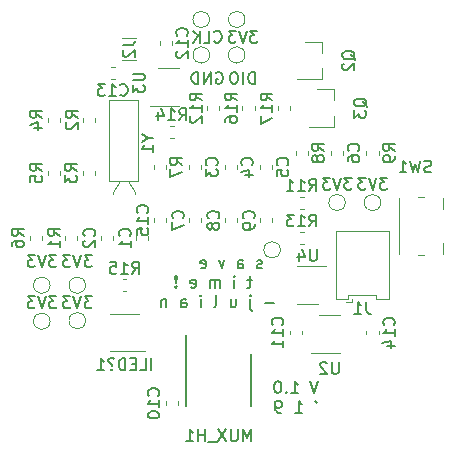
<source format=gbr>
G04 #@! TF.GenerationSoftware,KiCad,Pcbnew,5.1.4*
G04 #@! TF.CreationDate,2019-11-28T00:41:57+01:00*
G04 #@! TF.ProjectId,SICKWATCH1,5349434b-5741-4544-9348-312e6b696361,rev?*
G04 #@! TF.SameCoordinates,Original*
G04 #@! TF.FileFunction,Legend,Bot*
G04 #@! TF.FilePolarity,Positive*
%FSLAX46Y46*%
G04 Gerber Fmt 4.6, Leading zero omitted, Abs format (unit mm)*
G04 Created by KiCad (PCBNEW 5.1.4) date 2019-11-28 00:41:57*
%MOMM*%
%LPD*%
G04 APERTURE LIST*
%ADD10C,0.150000*%
%ADD11C,0.120000*%
G04 APERTURE END LIST*
D10*
X108404761Y-113127380D02*
X108071428Y-114127380D01*
X107738095Y-113127380D01*
X106119047Y-114127380D02*
X106690476Y-114127380D01*
X106404761Y-114127380D02*
X106404761Y-113127380D01*
X106500000Y-113270238D01*
X106595238Y-113365476D01*
X106690476Y-113413095D01*
X105690476Y-114032142D02*
X105642857Y-114079761D01*
X105690476Y-114127380D01*
X105738095Y-114079761D01*
X105690476Y-114032142D01*
X105690476Y-114127380D01*
X105023809Y-113127380D02*
X104928571Y-113127380D01*
X104833333Y-113175000D01*
X104785714Y-113222619D01*
X104738095Y-113317857D01*
X104690476Y-113508333D01*
X104690476Y-113746428D01*
X104738095Y-113936904D01*
X104785714Y-114032142D01*
X104833333Y-114079761D01*
X104928571Y-114127380D01*
X105023809Y-114127380D01*
X105119047Y-114079761D01*
X105166666Y-114032142D01*
X105214285Y-113936904D01*
X105261904Y-113746428D01*
X105261904Y-113508333D01*
X105214285Y-113317857D01*
X105166666Y-113222619D01*
X105119047Y-113175000D01*
X105023809Y-113127380D01*
X108166666Y-114777380D02*
X108261904Y-114967857D01*
X106452380Y-115777380D02*
X107023809Y-115777380D01*
X106738095Y-115777380D02*
X106738095Y-114777380D01*
X106833333Y-114920238D01*
X106928571Y-115015476D01*
X107023809Y-115063095D01*
X105214285Y-115777380D02*
X105023809Y-115777380D01*
X104928571Y-115729761D01*
X104880952Y-115682142D01*
X104785714Y-115539285D01*
X104738095Y-115348809D01*
X104738095Y-114967857D01*
X104785714Y-114872619D01*
X104833333Y-114825000D01*
X104928571Y-114777380D01*
X105119047Y-114777380D01*
X105214285Y-114825000D01*
X105261904Y-114872619D01*
X105309523Y-114967857D01*
X105309523Y-115205952D01*
X105261904Y-115301190D01*
X105214285Y-115348809D01*
X105119047Y-115396428D01*
X104928571Y-115396428D01*
X104833333Y-115348809D01*
X104785714Y-115301190D01*
X104738095Y-115205952D01*
X103642857Y-103504761D02*
X103547619Y-103552380D01*
X103357142Y-103552380D01*
X103261904Y-103504761D01*
X103214285Y-103409523D01*
X103214285Y-103361904D01*
X103261904Y-103266666D01*
X103357142Y-103219047D01*
X103500000Y-103219047D01*
X103595238Y-103171428D01*
X103642857Y-103076190D01*
X103642857Y-103028571D01*
X103595238Y-102933333D01*
X103500000Y-102885714D01*
X103357142Y-102885714D01*
X103261904Y-102933333D01*
X101595238Y-103552380D02*
X101595238Y-103028571D01*
X101642857Y-102933333D01*
X101738095Y-102885714D01*
X101928571Y-102885714D01*
X102023809Y-102933333D01*
X101595238Y-103504761D02*
X101690476Y-103552380D01*
X101928571Y-103552380D01*
X102023809Y-103504761D01*
X102071428Y-103409523D01*
X102071428Y-103314285D01*
X102023809Y-103219047D01*
X101928571Y-103171428D01*
X101690476Y-103171428D01*
X101595238Y-103123809D01*
X100452380Y-102885714D02*
X100214285Y-103552380D01*
X99976190Y-102885714D01*
X98452380Y-103504761D02*
X98547619Y-103552380D01*
X98738095Y-103552380D01*
X98833333Y-103504761D01*
X98880952Y-103409523D01*
X98880952Y-103028571D01*
X98833333Y-102933333D01*
X98738095Y-102885714D01*
X98547619Y-102885714D01*
X98452380Y-102933333D01*
X98404761Y-103028571D01*
X98404761Y-103123809D01*
X98880952Y-103219047D01*
X102785714Y-104535714D02*
X102404761Y-104535714D01*
X102642857Y-104202380D02*
X102642857Y-105059523D01*
X102595238Y-105154761D01*
X102500000Y-105202380D01*
X102404761Y-105202380D01*
X101309523Y-105202380D02*
X101309523Y-104535714D01*
X101309523Y-104202380D02*
X101357142Y-104250000D01*
X101309523Y-104297619D01*
X101261904Y-104250000D01*
X101309523Y-104202380D01*
X101309523Y-104297619D01*
X100071428Y-105202380D02*
X100071428Y-104535714D01*
X100071428Y-104630952D02*
X100023809Y-104583333D01*
X99928571Y-104535714D01*
X99785714Y-104535714D01*
X99690476Y-104583333D01*
X99642857Y-104678571D01*
X99642857Y-105202380D01*
X99642857Y-104678571D02*
X99595238Y-104583333D01*
X99500000Y-104535714D01*
X99357142Y-104535714D01*
X99261904Y-104583333D01*
X99214285Y-104678571D01*
X99214285Y-105202380D01*
X97595238Y-105154761D02*
X97690476Y-105202380D01*
X97880952Y-105202380D01*
X97976190Y-105154761D01*
X98023809Y-105059523D01*
X98023809Y-104678571D01*
X97976190Y-104583333D01*
X97880952Y-104535714D01*
X97690476Y-104535714D01*
X97595238Y-104583333D01*
X97547619Y-104678571D01*
X97547619Y-104773809D01*
X98023809Y-104869047D01*
X96357142Y-105107142D02*
X96309523Y-105154761D01*
X96357142Y-105202380D01*
X96404761Y-105154761D01*
X96357142Y-105107142D01*
X96357142Y-105202380D01*
X96357142Y-104821428D02*
X96404761Y-104250000D01*
X96357142Y-104202380D01*
X96309523Y-104250000D01*
X96357142Y-104821428D01*
X96357142Y-104202380D01*
X104642857Y-106471428D02*
X103880952Y-106471428D01*
X102642857Y-106185714D02*
X102642857Y-107042857D01*
X102690476Y-107138095D01*
X102785714Y-107185714D01*
X102833333Y-107185714D01*
X102642857Y-105852380D02*
X102690476Y-105900000D01*
X102642857Y-105947619D01*
X102595238Y-105900000D01*
X102642857Y-105852380D01*
X102642857Y-105947619D01*
X100976190Y-106185714D02*
X100976190Y-106852380D01*
X101404761Y-106185714D02*
X101404761Y-106709523D01*
X101357142Y-106804761D01*
X101261904Y-106852380D01*
X101119047Y-106852380D01*
X101023809Y-106804761D01*
X100976190Y-106757142D01*
X99595238Y-106852380D02*
X99690476Y-106804761D01*
X99738095Y-106709523D01*
X99738095Y-105852380D01*
X98452380Y-106852380D02*
X98452380Y-106185714D01*
X98452380Y-105852380D02*
X98500000Y-105900000D01*
X98452380Y-105947619D01*
X98404761Y-105900000D01*
X98452380Y-105852380D01*
X98452380Y-105947619D01*
X96785714Y-106852380D02*
X96785714Y-106328571D01*
X96833333Y-106233333D01*
X96928571Y-106185714D01*
X97119047Y-106185714D01*
X97214285Y-106233333D01*
X96785714Y-106804761D02*
X96880952Y-106852380D01*
X97119047Y-106852380D01*
X97214285Y-106804761D01*
X97261904Y-106709523D01*
X97261904Y-106614285D01*
X97214285Y-106519047D01*
X97119047Y-106471428D01*
X96880952Y-106471428D01*
X96785714Y-106423809D01*
X95547619Y-106185714D02*
X95547619Y-106852380D01*
X95547619Y-106280952D02*
X95500000Y-106233333D01*
X95404761Y-106185714D01*
X95261904Y-106185714D01*
X95166666Y-106233333D01*
X95119047Y-106328571D01*
X95119047Y-106852380D01*
D11*
X105200000Y-102000000D02*
G75*
G03X105200000Y-102000000I-700000J0D01*
G01*
X95510000Y-99337221D02*
X95510000Y-99662779D01*
X94490000Y-99337221D02*
X94490000Y-99662779D01*
X114360000Y-100440000D02*
X112125000Y-100440000D01*
X114360000Y-106160000D02*
X114360000Y-100440000D01*
X113290000Y-106160000D02*
X114360000Y-106160000D01*
X113290000Y-105860000D02*
X113290000Y-106160000D01*
X112125000Y-105860000D02*
X113290000Y-105860000D01*
X109890000Y-100440000D02*
X112125000Y-100440000D01*
X109890000Y-106160000D02*
X109890000Y-100440000D01*
X110960000Y-106160000D02*
X109890000Y-106160000D01*
X110960000Y-105860000D02*
X110960000Y-106160000D01*
X112125000Y-105860000D02*
X110960000Y-105860000D01*
X111250000Y-106450000D02*
X110750000Y-106450000D01*
X111250000Y-106150000D02*
X111250000Y-106450000D01*
X113700000Y-98000000D02*
G75*
G03X113700000Y-98000000I-700000J0D01*
G01*
X110700000Y-98000000D02*
G75*
G03X110700000Y-98000000I-700000J0D01*
G01*
X85700000Y-108050000D02*
G75*
G03X85700000Y-108050000I-700000J0D01*
G01*
X88700000Y-108000000D02*
G75*
G03X88700000Y-108000000I-700000J0D01*
G01*
X85700000Y-105000000D02*
G75*
G03X85700000Y-105000000I-700000J0D01*
G01*
X88700000Y-105000000D02*
G75*
G03X88700000Y-105000000I-700000J0D01*
G01*
X93002064Y-85910000D02*
X91797936Y-85910000D01*
X93002064Y-84090000D02*
X91797936Y-84090000D01*
X106600000Y-103390000D02*
X109050000Y-103390000D01*
X108400000Y-106610000D02*
X106600000Y-106610000D01*
X107162779Y-101510000D02*
X106837221Y-101510000D01*
X107162779Y-100490000D02*
X106837221Y-100490000D01*
X93200000Y-107450000D02*
X90800000Y-107450000D01*
X90800000Y-110550000D02*
X93750000Y-110550000D01*
X92162779Y-105510000D02*
X91837221Y-105510000D01*
X92162779Y-104490000D02*
X91837221Y-104490000D01*
X106010000Y-89837221D02*
X106010000Y-90162779D01*
X104990000Y-89837221D02*
X104990000Y-90162779D01*
X103010000Y-89837221D02*
X103010000Y-90162779D01*
X101990000Y-89837221D02*
X101990000Y-90162779D01*
X96162779Y-92510000D02*
X95837221Y-92510000D01*
X96162779Y-91490000D02*
X95837221Y-91490000D01*
X100010000Y-89837221D02*
X100010000Y-90162779D01*
X98990000Y-89837221D02*
X98990000Y-90162779D01*
X107162779Y-98510000D02*
X106837221Y-98510000D01*
X107162779Y-97490000D02*
X106837221Y-97490000D01*
X112490000Y-93950279D02*
X112490000Y-93624721D01*
X113510000Y-93950279D02*
X113510000Y-93624721D01*
X106490000Y-93950279D02*
X106490000Y-93624721D01*
X107510000Y-93950279D02*
X107510000Y-93624721D01*
X94490000Y-95162779D02*
X94490000Y-94837221D01*
X95510000Y-95162779D02*
X95510000Y-94837221D01*
X83990000Y-101162779D02*
X83990000Y-100837221D01*
X85010000Y-101162779D02*
X85010000Y-100837221D01*
X86510000Y-95337221D02*
X86510000Y-95662779D01*
X85490000Y-95337221D02*
X85490000Y-95662779D01*
X86510000Y-90837221D02*
X86510000Y-91162779D01*
X85490000Y-90837221D02*
X85490000Y-91162779D01*
X88490000Y-95662779D02*
X88490000Y-95337221D01*
X89510000Y-95662779D02*
X89510000Y-95337221D01*
X89510000Y-90837221D02*
X89510000Y-91162779D01*
X88490000Y-90837221D02*
X88490000Y-91162779D01*
X88010000Y-100837221D02*
X88010000Y-101162779D01*
X86990000Y-100837221D02*
X86990000Y-101162779D01*
X112490000Y-109162779D02*
X112490000Y-108837221D01*
X113510000Y-109162779D02*
X113510000Y-108837221D01*
X91162779Y-87510000D02*
X90837221Y-87510000D01*
X91162779Y-86490000D02*
X90837221Y-86490000D01*
X94990000Y-84662779D02*
X94990000Y-84337221D01*
X96010000Y-84662779D02*
X96010000Y-84337221D01*
X105990000Y-109162779D02*
X105990000Y-108837221D01*
X107010000Y-109162779D02*
X107010000Y-108837221D01*
X95490000Y-115162779D02*
X95490000Y-114837221D01*
X96510000Y-115162779D02*
X96510000Y-114837221D01*
X104510000Y-99337221D02*
X104510000Y-99662779D01*
X103490000Y-99337221D02*
X103490000Y-99662779D01*
X101510000Y-99337221D02*
X101510000Y-99662779D01*
X100490000Y-99337221D02*
X100490000Y-99662779D01*
X98510000Y-99337221D02*
X98510000Y-99662779D01*
X97490000Y-99337221D02*
X97490000Y-99662779D01*
X109490000Y-93950279D02*
X109490000Y-93624721D01*
X110510000Y-93950279D02*
X110510000Y-93624721D01*
X103490000Y-95162779D02*
X103490000Y-94837221D01*
X104510000Y-95162779D02*
X104510000Y-94837221D01*
X100490000Y-95162779D02*
X100490000Y-94837221D01*
X101510000Y-95162779D02*
X101510000Y-94837221D01*
X97490000Y-95162779D02*
X97490000Y-94837221D01*
X98510000Y-95162779D02*
X98510000Y-94837221D01*
X91010000Y-100837221D02*
X91010000Y-101162779D01*
X89990000Y-100837221D02*
X89990000Y-101162779D01*
X94010000Y-100837221D02*
X94010000Y-101162779D01*
X92990000Y-100837221D02*
X92990000Y-101162779D01*
X110270000Y-110760000D02*
X107820000Y-110760000D01*
X108470000Y-107540000D02*
X110270000Y-107540000D01*
X109760000Y-88420000D02*
X108300000Y-88420000D01*
X109760000Y-91580000D02*
X107600000Y-91580000D01*
X109760000Y-91580000D02*
X109760000Y-90650000D01*
X109760000Y-88420000D02*
X109760000Y-89350000D01*
X108760000Y-84420000D02*
X107300000Y-84420000D01*
X108760000Y-87580000D02*
X106600000Y-87580000D01*
X108760000Y-87580000D02*
X108760000Y-86650000D01*
X108760000Y-84420000D02*
X108760000Y-85350000D01*
X96650000Y-89810000D02*
X94200000Y-89810000D01*
X94850000Y-86590000D02*
X96650000Y-86590000D01*
X118975000Y-101425000D02*
X118975000Y-102350000D01*
X116850000Y-97550000D02*
X117400000Y-97550000D01*
X116850000Y-102450000D02*
X117400000Y-102450000D01*
X115275000Y-97650000D02*
X115275000Y-102350000D01*
X118975000Y-97650000D02*
X118975000Y-98575000D01*
D10*
X97200000Y-109225000D02*
X97200000Y-115200000D01*
X102725000Y-110800000D02*
X102725000Y-115200000D01*
D11*
X90720000Y-96200000D02*
X90720000Y-89300000D01*
X90720000Y-89300000D02*
X93180000Y-89300000D01*
X93180000Y-89300000D02*
X93180000Y-96200000D01*
X93180000Y-96200000D02*
X90720000Y-96200000D01*
X91600000Y-96200000D02*
X91000000Y-97100000D01*
X91000000Y-97100000D02*
X91000000Y-97300000D01*
X92300000Y-96200000D02*
X92900000Y-97100000D01*
X92900000Y-97100000D02*
X92900000Y-97300000D01*
X102200000Y-85500000D02*
G75*
G03X102200000Y-85500000I-700000J0D01*
G01*
X102200000Y-82500000D02*
G75*
G03X102200000Y-82500000I-700000J0D01*
G01*
X99200000Y-85500000D02*
G75*
G03X99200000Y-85500000I-700000J0D01*
G01*
X99200000Y-82500000D02*
G75*
G03X99200000Y-82500000I-700000J0D01*
G01*
D10*
X93927142Y-98857142D02*
X93974761Y-98809523D01*
X94022380Y-98666666D01*
X94022380Y-98571428D01*
X93974761Y-98428571D01*
X93879523Y-98333333D01*
X93784285Y-98285714D01*
X93593809Y-98238095D01*
X93450952Y-98238095D01*
X93260476Y-98285714D01*
X93165238Y-98333333D01*
X93070000Y-98428571D01*
X93022380Y-98571428D01*
X93022380Y-98666666D01*
X93070000Y-98809523D01*
X93117619Y-98857142D01*
X94022380Y-99809523D02*
X94022380Y-99238095D01*
X94022380Y-99523809D02*
X93022380Y-99523809D01*
X93165238Y-99428571D01*
X93260476Y-99333333D01*
X93308095Y-99238095D01*
X93022380Y-100714285D02*
X93022380Y-100238095D01*
X93498571Y-100190476D01*
X93450952Y-100238095D01*
X93403333Y-100333333D01*
X93403333Y-100571428D01*
X93450952Y-100666666D01*
X93498571Y-100714285D01*
X93593809Y-100761904D01*
X93831904Y-100761904D01*
X93927142Y-100714285D01*
X93974761Y-100666666D01*
X94022380Y-100571428D01*
X94022380Y-100333333D01*
X93974761Y-100238095D01*
X93927142Y-100190476D01*
X112453333Y-106402380D02*
X112453333Y-107116666D01*
X112500952Y-107259523D01*
X112596190Y-107354761D01*
X112739047Y-107402380D01*
X112834285Y-107402380D01*
X111453333Y-107402380D02*
X112024761Y-107402380D01*
X111739047Y-107402380D02*
X111739047Y-106402380D01*
X111834285Y-106545238D01*
X111929523Y-106640476D01*
X112024761Y-106688095D01*
X114238095Y-95902380D02*
X113619047Y-95902380D01*
X113952380Y-96283333D01*
X113809523Y-96283333D01*
X113714285Y-96330952D01*
X113666666Y-96378571D01*
X113619047Y-96473809D01*
X113619047Y-96711904D01*
X113666666Y-96807142D01*
X113714285Y-96854761D01*
X113809523Y-96902380D01*
X114095238Y-96902380D01*
X114190476Y-96854761D01*
X114238095Y-96807142D01*
X113333333Y-95902380D02*
X113000000Y-96902380D01*
X112666666Y-95902380D01*
X112428571Y-95902380D02*
X111809523Y-95902380D01*
X112142857Y-96283333D01*
X112000000Y-96283333D01*
X111904761Y-96330952D01*
X111857142Y-96378571D01*
X111809523Y-96473809D01*
X111809523Y-96711904D01*
X111857142Y-96807142D01*
X111904761Y-96854761D01*
X112000000Y-96902380D01*
X112285714Y-96902380D01*
X112380952Y-96854761D01*
X112428571Y-96807142D01*
X111238095Y-95902380D02*
X110619047Y-95902380D01*
X110952380Y-96283333D01*
X110809523Y-96283333D01*
X110714285Y-96330952D01*
X110666666Y-96378571D01*
X110619047Y-96473809D01*
X110619047Y-96711904D01*
X110666666Y-96807142D01*
X110714285Y-96854761D01*
X110809523Y-96902380D01*
X111095238Y-96902380D01*
X111190476Y-96854761D01*
X111238095Y-96807142D01*
X110333333Y-95902380D02*
X110000000Y-96902380D01*
X109666666Y-95902380D01*
X109428571Y-95902380D02*
X108809523Y-95902380D01*
X109142857Y-96283333D01*
X109000000Y-96283333D01*
X108904761Y-96330952D01*
X108857142Y-96378571D01*
X108809523Y-96473809D01*
X108809523Y-96711904D01*
X108857142Y-96807142D01*
X108904761Y-96854761D01*
X109000000Y-96902380D01*
X109285714Y-96902380D01*
X109380952Y-96854761D01*
X109428571Y-96807142D01*
X86238095Y-105952380D02*
X85619047Y-105952380D01*
X85952380Y-106333333D01*
X85809523Y-106333333D01*
X85714285Y-106380952D01*
X85666666Y-106428571D01*
X85619047Y-106523809D01*
X85619047Y-106761904D01*
X85666666Y-106857142D01*
X85714285Y-106904761D01*
X85809523Y-106952380D01*
X86095238Y-106952380D01*
X86190476Y-106904761D01*
X86238095Y-106857142D01*
X85333333Y-105952380D02*
X85000000Y-106952380D01*
X84666666Y-105952380D01*
X84428571Y-105952380D02*
X83809523Y-105952380D01*
X84142857Y-106333333D01*
X84000000Y-106333333D01*
X83904761Y-106380952D01*
X83857142Y-106428571D01*
X83809523Y-106523809D01*
X83809523Y-106761904D01*
X83857142Y-106857142D01*
X83904761Y-106904761D01*
X84000000Y-106952380D01*
X84285714Y-106952380D01*
X84380952Y-106904761D01*
X84428571Y-106857142D01*
X89238095Y-105952380D02*
X88619047Y-105952380D01*
X88952380Y-106333333D01*
X88809523Y-106333333D01*
X88714285Y-106380952D01*
X88666666Y-106428571D01*
X88619047Y-106523809D01*
X88619047Y-106761904D01*
X88666666Y-106857142D01*
X88714285Y-106904761D01*
X88809523Y-106952380D01*
X89095238Y-106952380D01*
X89190476Y-106904761D01*
X89238095Y-106857142D01*
X88333333Y-105952380D02*
X88000000Y-106952380D01*
X87666666Y-105952380D01*
X87428571Y-105952380D02*
X86809523Y-105952380D01*
X87142857Y-106333333D01*
X87000000Y-106333333D01*
X86904761Y-106380952D01*
X86857142Y-106428571D01*
X86809523Y-106523809D01*
X86809523Y-106761904D01*
X86857142Y-106857142D01*
X86904761Y-106904761D01*
X87000000Y-106952380D01*
X87285714Y-106952380D01*
X87380952Y-106904761D01*
X87428571Y-106857142D01*
X86238095Y-102452380D02*
X85619047Y-102452380D01*
X85952380Y-102833333D01*
X85809523Y-102833333D01*
X85714285Y-102880952D01*
X85666666Y-102928571D01*
X85619047Y-103023809D01*
X85619047Y-103261904D01*
X85666666Y-103357142D01*
X85714285Y-103404761D01*
X85809523Y-103452380D01*
X86095238Y-103452380D01*
X86190476Y-103404761D01*
X86238095Y-103357142D01*
X85333333Y-102452380D02*
X85000000Y-103452380D01*
X84666666Y-102452380D01*
X84428571Y-102452380D02*
X83809523Y-102452380D01*
X84142857Y-102833333D01*
X84000000Y-102833333D01*
X83904761Y-102880952D01*
X83857142Y-102928571D01*
X83809523Y-103023809D01*
X83809523Y-103261904D01*
X83857142Y-103357142D01*
X83904761Y-103404761D01*
X84000000Y-103452380D01*
X84285714Y-103452380D01*
X84380952Y-103404761D01*
X84428571Y-103357142D01*
X89238095Y-102452380D02*
X88619047Y-102452380D01*
X88952380Y-102833333D01*
X88809523Y-102833333D01*
X88714285Y-102880952D01*
X88666666Y-102928571D01*
X88619047Y-103023809D01*
X88619047Y-103261904D01*
X88666666Y-103357142D01*
X88714285Y-103404761D01*
X88809523Y-103452380D01*
X89095238Y-103452380D01*
X89190476Y-103404761D01*
X89238095Y-103357142D01*
X88333333Y-102452380D02*
X88000000Y-103452380D01*
X87666666Y-102452380D01*
X87428571Y-102452380D02*
X86809523Y-102452380D01*
X87142857Y-102833333D01*
X87000000Y-102833333D01*
X86904761Y-102880952D01*
X86857142Y-102928571D01*
X86809523Y-103023809D01*
X86809523Y-103261904D01*
X86857142Y-103357142D01*
X86904761Y-103404761D01*
X87000000Y-103452380D01*
X87285714Y-103452380D01*
X87380952Y-103404761D01*
X87428571Y-103357142D01*
X91852380Y-84666666D02*
X92566666Y-84666666D01*
X92709523Y-84619047D01*
X92804761Y-84523809D01*
X92852380Y-84380952D01*
X92852380Y-84285714D01*
X91947619Y-85095238D02*
X91900000Y-85142857D01*
X91852380Y-85238095D01*
X91852380Y-85476190D01*
X91900000Y-85571428D01*
X91947619Y-85619047D01*
X92042857Y-85666666D01*
X92138095Y-85666666D01*
X92280952Y-85619047D01*
X92852380Y-85047619D01*
X92852380Y-85666666D01*
X108261904Y-101952380D02*
X108261904Y-102761904D01*
X108214285Y-102857142D01*
X108166666Y-102904761D01*
X108071428Y-102952380D01*
X107880952Y-102952380D01*
X107785714Y-102904761D01*
X107738095Y-102857142D01*
X107690476Y-102761904D01*
X107690476Y-101952380D01*
X106785714Y-102285714D02*
X106785714Y-102952380D01*
X107023809Y-101904761D02*
X107261904Y-102619047D01*
X106642857Y-102619047D01*
X107642857Y-100022380D02*
X107976190Y-99546190D01*
X108214285Y-100022380D02*
X108214285Y-99022380D01*
X107833333Y-99022380D01*
X107738095Y-99070000D01*
X107690476Y-99117619D01*
X107642857Y-99212857D01*
X107642857Y-99355714D01*
X107690476Y-99450952D01*
X107738095Y-99498571D01*
X107833333Y-99546190D01*
X108214285Y-99546190D01*
X106690476Y-100022380D02*
X107261904Y-100022380D01*
X106976190Y-100022380D02*
X106976190Y-99022380D01*
X107071428Y-99165238D01*
X107166666Y-99260476D01*
X107261904Y-99308095D01*
X106357142Y-99022380D02*
X105738095Y-99022380D01*
X106071428Y-99403333D01*
X105928571Y-99403333D01*
X105833333Y-99450952D01*
X105785714Y-99498571D01*
X105738095Y-99593809D01*
X105738095Y-99831904D01*
X105785714Y-99927142D01*
X105833333Y-99974761D01*
X105928571Y-100022380D01*
X106214285Y-100022380D01*
X106309523Y-99974761D01*
X106357142Y-99927142D01*
X94261904Y-112202380D02*
X94261904Y-111202380D01*
X93309523Y-112202380D02*
X93785714Y-112202380D01*
X93785714Y-111202380D01*
X92976190Y-111678571D02*
X92642857Y-111678571D01*
X92500000Y-112202380D02*
X92976190Y-112202380D01*
X92976190Y-111202380D01*
X92500000Y-111202380D01*
X92071428Y-112202380D02*
X92071428Y-111202380D01*
X91833333Y-111202380D01*
X91690476Y-111250000D01*
X91595238Y-111345238D01*
X91547619Y-111440476D01*
X91500000Y-111630952D01*
X91500000Y-111773809D01*
X91547619Y-111964285D01*
X91595238Y-112059523D01*
X91690476Y-112154761D01*
X91833333Y-112202380D01*
X92071428Y-112202380D01*
X90928571Y-112107142D02*
X90880952Y-112154761D01*
X90928571Y-112202380D01*
X90976190Y-112154761D01*
X90928571Y-112107142D01*
X90928571Y-112202380D01*
X91119047Y-111250000D02*
X91023809Y-111202380D01*
X90785714Y-111202380D01*
X90690476Y-111250000D01*
X90642857Y-111345238D01*
X90642857Y-111440476D01*
X90690476Y-111535714D01*
X90738095Y-111583333D01*
X90833333Y-111630952D01*
X90880952Y-111678571D01*
X90928571Y-111773809D01*
X90928571Y-111821428D01*
X89690476Y-112202380D02*
X90261904Y-112202380D01*
X89976190Y-112202380D02*
X89976190Y-111202380D01*
X90071428Y-111345238D01*
X90166666Y-111440476D01*
X90261904Y-111488095D01*
X92642857Y-104022380D02*
X92976190Y-103546190D01*
X93214285Y-104022380D02*
X93214285Y-103022380D01*
X92833333Y-103022380D01*
X92738095Y-103070000D01*
X92690476Y-103117619D01*
X92642857Y-103212857D01*
X92642857Y-103355714D01*
X92690476Y-103450952D01*
X92738095Y-103498571D01*
X92833333Y-103546190D01*
X93214285Y-103546190D01*
X91690476Y-104022380D02*
X92261904Y-104022380D01*
X91976190Y-104022380D02*
X91976190Y-103022380D01*
X92071428Y-103165238D01*
X92166666Y-103260476D01*
X92261904Y-103308095D01*
X90785714Y-103022380D02*
X91261904Y-103022380D01*
X91309523Y-103498571D01*
X91261904Y-103450952D01*
X91166666Y-103403333D01*
X90928571Y-103403333D01*
X90833333Y-103450952D01*
X90785714Y-103498571D01*
X90738095Y-103593809D01*
X90738095Y-103831904D01*
X90785714Y-103927142D01*
X90833333Y-103974761D01*
X90928571Y-104022380D01*
X91166666Y-104022380D01*
X91261904Y-103974761D01*
X91309523Y-103927142D01*
X104522380Y-89357142D02*
X104046190Y-89023809D01*
X104522380Y-88785714D02*
X103522380Y-88785714D01*
X103522380Y-89166666D01*
X103570000Y-89261904D01*
X103617619Y-89309523D01*
X103712857Y-89357142D01*
X103855714Y-89357142D01*
X103950952Y-89309523D01*
X103998571Y-89261904D01*
X104046190Y-89166666D01*
X104046190Y-88785714D01*
X104522380Y-90309523D02*
X104522380Y-89738095D01*
X104522380Y-90023809D02*
X103522380Y-90023809D01*
X103665238Y-89928571D01*
X103760476Y-89833333D01*
X103808095Y-89738095D01*
X103522380Y-90642857D02*
X103522380Y-91309523D01*
X104522380Y-90880952D01*
X101522380Y-89357142D02*
X101046190Y-89023809D01*
X101522380Y-88785714D02*
X100522380Y-88785714D01*
X100522380Y-89166666D01*
X100570000Y-89261904D01*
X100617619Y-89309523D01*
X100712857Y-89357142D01*
X100855714Y-89357142D01*
X100950952Y-89309523D01*
X100998571Y-89261904D01*
X101046190Y-89166666D01*
X101046190Y-88785714D01*
X101522380Y-90309523D02*
X101522380Y-89738095D01*
X101522380Y-90023809D02*
X100522380Y-90023809D01*
X100665238Y-89928571D01*
X100760476Y-89833333D01*
X100808095Y-89738095D01*
X100522380Y-91166666D02*
X100522380Y-90976190D01*
X100570000Y-90880952D01*
X100617619Y-90833333D01*
X100760476Y-90738095D01*
X100950952Y-90690476D01*
X101331904Y-90690476D01*
X101427142Y-90738095D01*
X101474761Y-90785714D01*
X101522380Y-90880952D01*
X101522380Y-91071428D01*
X101474761Y-91166666D01*
X101427142Y-91214285D01*
X101331904Y-91261904D01*
X101093809Y-91261904D01*
X100998571Y-91214285D01*
X100950952Y-91166666D01*
X100903333Y-91071428D01*
X100903333Y-90880952D01*
X100950952Y-90785714D01*
X100998571Y-90738095D01*
X101093809Y-90690476D01*
X96642857Y-91022380D02*
X96976190Y-90546190D01*
X97214285Y-91022380D02*
X97214285Y-90022380D01*
X96833333Y-90022380D01*
X96738095Y-90070000D01*
X96690476Y-90117619D01*
X96642857Y-90212857D01*
X96642857Y-90355714D01*
X96690476Y-90450952D01*
X96738095Y-90498571D01*
X96833333Y-90546190D01*
X97214285Y-90546190D01*
X95690476Y-91022380D02*
X96261904Y-91022380D01*
X95976190Y-91022380D02*
X95976190Y-90022380D01*
X96071428Y-90165238D01*
X96166666Y-90260476D01*
X96261904Y-90308095D01*
X94833333Y-90355714D02*
X94833333Y-91022380D01*
X95071428Y-89974761D02*
X95309523Y-90689047D01*
X94690476Y-90689047D01*
X98522380Y-89357142D02*
X98046190Y-89023809D01*
X98522380Y-88785714D02*
X97522380Y-88785714D01*
X97522380Y-89166666D01*
X97570000Y-89261904D01*
X97617619Y-89309523D01*
X97712857Y-89357142D01*
X97855714Y-89357142D01*
X97950952Y-89309523D01*
X97998571Y-89261904D01*
X98046190Y-89166666D01*
X98046190Y-88785714D01*
X98522380Y-90309523D02*
X98522380Y-89738095D01*
X98522380Y-90023809D02*
X97522380Y-90023809D01*
X97665238Y-89928571D01*
X97760476Y-89833333D01*
X97808095Y-89738095D01*
X97617619Y-90690476D02*
X97570000Y-90738095D01*
X97522380Y-90833333D01*
X97522380Y-91071428D01*
X97570000Y-91166666D01*
X97617619Y-91214285D01*
X97712857Y-91261904D01*
X97808095Y-91261904D01*
X97950952Y-91214285D01*
X98522380Y-90642857D01*
X98522380Y-91261904D01*
X107642857Y-97022380D02*
X107976190Y-96546190D01*
X108214285Y-97022380D02*
X108214285Y-96022380D01*
X107833333Y-96022380D01*
X107738095Y-96070000D01*
X107690476Y-96117619D01*
X107642857Y-96212857D01*
X107642857Y-96355714D01*
X107690476Y-96450952D01*
X107738095Y-96498571D01*
X107833333Y-96546190D01*
X108214285Y-96546190D01*
X106690476Y-97022380D02*
X107261904Y-97022380D01*
X106976190Y-97022380D02*
X106976190Y-96022380D01*
X107071428Y-96165238D01*
X107166666Y-96260476D01*
X107261904Y-96308095D01*
X105738095Y-97022380D02*
X106309523Y-97022380D01*
X106023809Y-97022380D02*
X106023809Y-96022380D01*
X106119047Y-96165238D01*
X106214285Y-96260476D01*
X106309523Y-96308095D01*
X114882380Y-93620833D02*
X114406190Y-93287500D01*
X114882380Y-93049404D02*
X113882380Y-93049404D01*
X113882380Y-93430357D01*
X113930000Y-93525595D01*
X113977619Y-93573214D01*
X114072857Y-93620833D01*
X114215714Y-93620833D01*
X114310952Y-93573214D01*
X114358571Y-93525595D01*
X114406190Y-93430357D01*
X114406190Y-93049404D01*
X114882380Y-94097023D02*
X114882380Y-94287500D01*
X114834761Y-94382738D01*
X114787142Y-94430357D01*
X114644285Y-94525595D01*
X114453809Y-94573214D01*
X114072857Y-94573214D01*
X113977619Y-94525595D01*
X113930000Y-94477976D01*
X113882380Y-94382738D01*
X113882380Y-94192261D01*
X113930000Y-94097023D01*
X113977619Y-94049404D01*
X114072857Y-94001785D01*
X114310952Y-94001785D01*
X114406190Y-94049404D01*
X114453809Y-94097023D01*
X114501428Y-94192261D01*
X114501428Y-94382738D01*
X114453809Y-94477976D01*
X114406190Y-94525595D01*
X114310952Y-94573214D01*
X108882380Y-93620833D02*
X108406190Y-93287500D01*
X108882380Y-93049404D02*
X107882380Y-93049404D01*
X107882380Y-93430357D01*
X107930000Y-93525595D01*
X107977619Y-93573214D01*
X108072857Y-93620833D01*
X108215714Y-93620833D01*
X108310952Y-93573214D01*
X108358571Y-93525595D01*
X108406190Y-93430357D01*
X108406190Y-93049404D01*
X108310952Y-94192261D02*
X108263333Y-94097023D01*
X108215714Y-94049404D01*
X108120476Y-94001785D01*
X108072857Y-94001785D01*
X107977619Y-94049404D01*
X107930000Y-94097023D01*
X107882380Y-94192261D01*
X107882380Y-94382738D01*
X107930000Y-94477976D01*
X107977619Y-94525595D01*
X108072857Y-94573214D01*
X108120476Y-94573214D01*
X108215714Y-94525595D01*
X108263333Y-94477976D01*
X108310952Y-94382738D01*
X108310952Y-94192261D01*
X108358571Y-94097023D01*
X108406190Y-94049404D01*
X108501428Y-94001785D01*
X108691904Y-94001785D01*
X108787142Y-94049404D01*
X108834761Y-94097023D01*
X108882380Y-94192261D01*
X108882380Y-94382738D01*
X108834761Y-94477976D01*
X108787142Y-94525595D01*
X108691904Y-94573214D01*
X108501428Y-94573214D01*
X108406190Y-94525595D01*
X108358571Y-94477976D01*
X108310952Y-94382738D01*
X96882380Y-94833333D02*
X96406190Y-94500000D01*
X96882380Y-94261904D02*
X95882380Y-94261904D01*
X95882380Y-94642857D01*
X95930000Y-94738095D01*
X95977619Y-94785714D01*
X96072857Y-94833333D01*
X96215714Y-94833333D01*
X96310952Y-94785714D01*
X96358571Y-94738095D01*
X96406190Y-94642857D01*
X96406190Y-94261904D01*
X95882380Y-95166666D02*
X95882380Y-95833333D01*
X96882380Y-95404761D01*
X83452380Y-100833333D02*
X82976190Y-100500000D01*
X83452380Y-100261904D02*
X82452380Y-100261904D01*
X82452380Y-100642857D01*
X82500000Y-100738095D01*
X82547619Y-100785714D01*
X82642857Y-100833333D01*
X82785714Y-100833333D01*
X82880952Y-100785714D01*
X82928571Y-100738095D01*
X82976190Y-100642857D01*
X82976190Y-100261904D01*
X82452380Y-101690476D02*
X82452380Y-101500000D01*
X82500000Y-101404761D01*
X82547619Y-101357142D01*
X82690476Y-101261904D01*
X82880952Y-101214285D01*
X83261904Y-101214285D01*
X83357142Y-101261904D01*
X83404761Y-101309523D01*
X83452380Y-101404761D01*
X83452380Y-101595238D01*
X83404761Y-101690476D01*
X83357142Y-101738095D01*
X83261904Y-101785714D01*
X83023809Y-101785714D01*
X82928571Y-101738095D01*
X82880952Y-101690476D01*
X82833333Y-101595238D01*
X82833333Y-101404761D01*
X82880952Y-101309523D01*
X82928571Y-101261904D01*
X83023809Y-101214285D01*
X85022380Y-95333333D02*
X84546190Y-95000000D01*
X85022380Y-94761904D02*
X84022380Y-94761904D01*
X84022380Y-95142857D01*
X84070000Y-95238095D01*
X84117619Y-95285714D01*
X84212857Y-95333333D01*
X84355714Y-95333333D01*
X84450952Y-95285714D01*
X84498571Y-95238095D01*
X84546190Y-95142857D01*
X84546190Y-94761904D01*
X84022380Y-96238095D02*
X84022380Y-95761904D01*
X84498571Y-95714285D01*
X84450952Y-95761904D01*
X84403333Y-95857142D01*
X84403333Y-96095238D01*
X84450952Y-96190476D01*
X84498571Y-96238095D01*
X84593809Y-96285714D01*
X84831904Y-96285714D01*
X84927142Y-96238095D01*
X84974761Y-96190476D01*
X85022380Y-96095238D01*
X85022380Y-95857142D01*
X84974761Y-95761904D01*
X84927142Y-95714285D01*
X85022380Y-90833333D02*
X84546190Y-90500000D01*
X85022380Y-90261904D02*
X84022380Y-90261904D01*
X84022380Y-90642857D01*
X84070000Y-90738095D01*
X84117619Y-90785714D01*
X84212857Y-90833333D01*
X84355714Y-90833333D01*
X84450952Y-90785714D01*
X84498571Y-90738095D01*
X84546190Y-90642857D01*
X84546190Y-90261904D01*
X84355714Y-91690476D02*
X85022380Y-91690476D01*
X83974761Y-91452380D02*
X84689047Y-91214285D01*
X84689047Y-91833333D01*
X87952380Y-95333333D02*
X87476190Y-95000000D01*
X87952380Y-94761904D02*
X86952380Y-94761904D01*
X86952380Y-95142857D01*
X87000000Y-95238095D01*
X87047619Y-95285714D01*
X87142857Y-95333333D01*
X87285714Y-95333333D01*
X87380952Y-95285714D01*
X87428571Y-95238095D01*
X87476190Y-95142857D01*
X87476190Y-94761904D01*
X86952380Y-95666666D02*
X86952380Y-96285714D01*
X87333333Y-95952380D01*
X87333333Y-96095238D01*
X87380952Y-96190476D01*
X87428571Y-96238095D01*
X87523809Y-96285714D01*
X87761904Y-96285714D01*
X87857142Y-96238095D01*
X87904761Y-96190476D01*
X87952380Y-96095238D01*
X87952380Y-95809523D01*
X87904761Y-95714285D01*
X87857142Y-95666666D01*
X88022380Y-90833333D02*
X87546190Y-90500000D01*
X88022380Y-90261904D02*
X87022380Y-90261904D01*
X87022380Y-90642857D01*
X87070000Y-90738095D01*
X87117619Y-90785714D01*
X87212857Y-90833333D01*
X87355714Y-90833333D01*
X87450952Y-90785714D01*
X87498571Y-90738095D01*
X87546190Y-90642857D01*
X87546190Y-90261904D01*
X87117619Y-91214285D02*
X87070000Y-91261904D01*
X87022380Y-91357142D01*
X87022380Y-91595238D01*
X87070000Y-91690476D01*
X87117619Y-91738095D01*
X87212857Y-91785714D01*
X87308095Y-91785714D01*
X87450952Y-91738095D01*
X88022380Y-91166666D01*
X88022380Y-91785714D01*
X86522380Y-100833333D02*
X86046190Y-100500000D01*
X86522380Y-100261904D02*
X85522380Y-100261904D01*
X85522380Y-100642857D01*
X85570000Y-100738095D01*
X85617619Y-100785714D01*
X85712857Y-100833333D01*
X85855714Y-100833333D01*
X85950952Y-100785714D01*
X85998571Y-100738095D01*
X86046190Y-100642857D01*
X86046190Y-100261904D01*
X86522380Y-101785714D02*
X86522380Y-101214285D01*
X86522380Y-101500000D02*
X85522380Y-101500000D01*
X85665238Y-101404761D01*
X85760476Y-101309523D01*
X85808095Y-101214285D01*
X114787142Y-108357142D02*
X114834761Y-108309523D01*
X114882380Y-108166666D01*
X114882380Y-108071428D01*
X114834761Y-107928571D01*
X114739523Y-107833333D01*
X114644285Y-107785714D01*
X114453809Y-107738095D01*
X114310952Y-107738095D01*
X114120476Y-107785714D01*
X114025238Y-107833333D01*
X113930000Y-107928571D01*
X113882380Y-108071428D01*
X113882380Y-108166666D01*
X113930000Y-108309523D01*
X113977619Y-108357142D01*
X114882380Y-109309523D02*
X114882380Y-108738095D01*
X114882380Y-109023809D02*
X113882380Y-109023809D01*
X114025238Y-108928571D01*
X114120476Y-108833333D01*
X114168095Y-108738095D01*
X114215714Y-110166666D02*
X114882380Y-110166666D01*
X113834761Y-109928571D02*
X114549047Y-109690476D01*
X114549047Y-110309523D01*
X91642857Y-88857142D02*
X91690476Y-88904761D01*
X91833333Y-88952380D01*
X91928571Y-88952380D01*
X92071428Y-88904761D01*
X92166666Y-88809523D01*
X92214285Y-88714285D01*
X92261904Y-88523809D01*
X92261904Y-88380952D01*
X92214285Y-88190476D01*
X92166666Y-88095238D01*
X92071428Y-88000000D01*
X91928571Y-87952380D01*
X91833333Y-87952380D01*
X91690476Y-88000000D01*
X91642857Y-88047619D01*
X90690476Y-88952380D02*
X91261904Y-88952380D01*
X90976190Y-88952380D02*
X90976190Y-87952380D01*
X91071428Y-88095238D01*
X91166666Y-88190476D01*
X91261904Y-88238095D01*
X90357142Y-87952380D02*
X89738095Y-87952380D01*
X90071428Y-88333333D01*
X89928571Y-88333333D01*
X89833333Y-88380952D01*
X89785714Y-88428571D01*
X89738095Y-88523809D01*
X89738095Y-88761904D01*
X89785714Y-88857142D01*
X89833333Y-88904761D01*
X89928571Y-88952380D01*
X90214285Y-88952380D01*
X90309523Y-88904761D01*
X90357142Y-88857142D01*
X97287142Y-83857142D02*
X97334761Y-83809523D01*
X97382380Y-83666666D01*
X97382380Y-83571428D01*
X97334761Y-83428571D01*
X97239523Y-83333333D01*
X97144285Y-83285714D01*
X96953809Y-83238095D01*
X96810952Y-83238095D01*
X96620476Y-83285714D01*
X96525238Y-83333333D01*
X96430000Y-83428571D01*
X96382380Y-83571428D01*
X96382380Y-83666666D01*
X96430000Y-83809523D01*
X96477619Y-83857142D01*
X97382380Y-84809523D02*
X97382380Y-84238095D01*
X97382380Y-84523809D02*
X96382380Y-84523809D01*
X96525238Y-84428571D01*
X96620476Y-84333333D01*
X96668095Y-84238095D01*
X96477619Y-85190476D02*
X96430000Y-85238095D01*
X96382380Y-85333333D01*
X96382380Y-85571428D01*
X96430000Y-85666666D01*
X96477619Y-85714285D01*
X96572857Y-85761904D01*
X96668095Y-85761904D01*
X96810952Y-85714285D01*
X97382380Y-85142857D01*
X97382380Y-85761904D01*
X105357142Y-108357142D02*
X105404761Y-108309523D01*
X105452380Y-108166666D01*
X105452380Y-108071428D01*
X105404761Y-107928571D01*
X105309523Y-107833333D01*
X105214285Y-107785714D01*
X105023809Y-107738095D01*
X104880952Y-107738095D01*
X104690476Y-107785714D01*
X104595238Y-107833333D01*
X104500000Y-107928571D01*
X104452380Y-108071428D01*
X104452380Y-108166666D01*
X104500000Y-108309523D01*
X104547619Y-108357142D01*
X105452380Y-109309523D02*
X105452380Y-108738095D01*
X105452380Y-109023809D02*
X104452380Y-109023809D01*
X104595238Y-108928571D01*
X104690476Y-108833333D01*
X104738095Y-108738095D01*
X105452380Y-110261904D02*
X105452380Y-109690476D01*
X105452380Y-109976190D02*
X104452380Y-109976190D01*
X104595238Y-109880952D01*
X104690476Y-109785714D01*
X104738095Y-109690476D01*
X94857142Y-114357142D02*
X94904761Y-114309523D01*
X94952380Y-114166666D01*
X94952380Y-114071428D01*
X94904761Y-113928571D01*
X94809523Y-113833333D01*
X94714285Y-113785714D01*
X94523809Y-113738095D01*
X94380952Y-113738095D01*
X94190476Y-113785714D01*
X94095238Y-113833333D01*
X94000000Y-113928571D01*
X93952380Y-114071428D01*
X93952380Y-114166666D01*
X94000000Y-114309523D01*
X94047619Y-114357142D01*
X94952380Y-115309523D02*
X94952380Y-114738095D01*
X94952380Y-115023809D02*
X93952380Y-115023809D01*
X94095238Y-114928571D01*
X94190476Y-114833333D01*
X94238095Y-114738095D01*
X93952380Y-115928571D02*
X93952380Y-116023809D01*
X94000000Y-116119047D01*
X94047619Y-116166666D01*
X94142857Y-116214285D01*
X94333333Y-116261904D01*
X94571428Y-116261904D01*
X94761904Y-116214285D01*
X94857142Y-116166666D01*
X94904761Y-116119047D01*
X94952380Y-116023809D01*
X94952380Y-115928571D01*
X94904761Y-115833333D01*
X94857142Y-115785714D01*
X94761904Y-115738095D01*
X94571428Y-115690476D01*
X94333333Y-115690476D01*
X94142857Y-115738095D01*
X94047619Y-115785714D01*
X94000000Y-115833333D01*
X93952380Y-115928571D01*
X102927142Y-99333333D02*
X102974761Y-99285714D01*
X103022380Y-99142857D01*
X103022380Y-99047619D01*
X102974761Y-98904761D01*
X102879523Y-98809523D01*
X102784285Y-98761904D01*
X102593809Y-98714285D01*
X102450952Y-98714285D01*
X102260476Y-98761904D01*
X102165238Y-98809523D01*
X102070000Y-98904761D01*
X102022380Y-99047619D01*
X102022380Y-99142857D01*
X102070000Y-99285714D01*
X102117619Y-99333333D01*
X103022380Y-99809523D02*
X103022380Y-100000000D01*
X102974761Y-100095238D01*
X102927142Y-100142857D01*
X102784285Y-100238095D01*
X102593809Y-100285714D01*
X102212857Y-100285714D01*
X102117619Y-100238095D01*
X102070000Y-100190476D01*
X102022380Y-100095238D01*
X102022380Y-99904761D01*
X102070000Y-99809523D01*
X102117619Y-99761904D01*
X102212857Y-99714285D01*
X102450952Y-99714285D01*
X102546190Y-99761904D01*
X102593809Y-99809523D01*
X102641428Y-99904761D01*
X102641428Y-100095238D01*
X102593809Y-100190476D01*
X102546190Y-100238095D01*
X102450952Y-100285714D01*
X99927142Y-99333333D02*
X99974761Y-99285714D01*
X100022380Y-99142857D01*
X100022380Y-99047619D01*
X99974761Y-98904761D01*
X99879523Y-98809523D01*
X99784285Y-98761904D01*
X99593809Y-98714285D01*
X99450952Y-98714285D01*
X99260476Y-98761904D01*
X99165238Y-98809523D01*
X99070000Y-98904761D01*
X99022380Y-99047619D01*
X99022380Y-99142857D01*
X99070000Y-99285714D01*
X99117619Y-99333333D01*
X99450952Y-99904761D02*
X99403333Y-99809523D01*
X99355714Y-99761904D01*
X99260476Y-99714285D01*
X99212857Y-99714285D01*
X99117619Y-99761904D01*
X99070000Y-99809523D01*
X99022380Y-99904761D01*
X99022380Y-100095238D01*
X99070000Y-100190476D01*
X99117619Y-100238095D01*
X99212857Y-100285714D01*
X99260476Y-100285714D01*
X99355714Y-100238095D01*
X99403333Y-100190476D01*
X99450952Y-100095238D01*
X99450952Y-99904761D01*
X99498571Y-99809523D01*
X99546190Y-99761904D01*
X99641428Y-99714285D01*
X99831904Y-99714285D01*
X99927142Y-99761904D01*
X99974761Y-99809523D01*
X100022380Y-99904761D01*
X100022380Y-100095238D01*
X99974761Y-100190476D01*
X99927142Y-100238095D01*
X99831904Y-100285714D01*
X99641428Y-100285714D01*
X99546190Y-100238095D01*
X99498571Y-100190476D01*
X99450952Y-100095238D01*
X96927142Y-99333333D02*
X96974761Y-99285714D01*
X97022380Y-99142857D01*
X97022380Y-99047619D01*
X96974761Y-98904761D01*
X96879523Y-98809523D01*
X96784285Y-98761904D01*
X96593809Y-98714285D01*
X96450952Y-98714285D01*
X96260476Y-98761904D01*
X96165238Y-98809523D01*
X96070000Y-98904761D01*
X96022380Y-99047619D01*
X96022380Y-99142857D01*
X96070000Y-99285714D01*
X96117619Y-99333333D01*
X96022380Y-99666666D02*
X96022380Y-100333333D01*
X97022380Y-99904761D01*
X111787142Y-93620833D02*
X111834761Y-93573214D01*
X111882380Y-93430357D01*
X111882380Y-93335119D01*
X111834761Y-93192261D01*
X111739523Y-93097023D01*
X111644285Y-93049404D01*
X111453809Y-93001785D01*
X111310952Y-93001785D01*
X111120476Y-93049404D01*
X111025238Y-93097023D01*
X110930000Y-93192261D01*
X110882380Y-93335119D01*
X110882380Y-93430357D01*
X110930000Y-93573214D01*
X110977619Y-93620833D01*
X110882380Y-94477976D02*
X110882380Y-94287500D01*
X110930000Y-94192261D01*
X110977619Y-94144642D01*
X111120476Y-94049404D01*
X111310952Y-94001785D01*
X111691904Y-94001785D01*
X111787142Y-94049404D01*
X111834761Y-94097023D01*
X111882380Y-94192261D01*
X111882380Y-94382738D01*
X111834761Y-94477976D01*
X111787142Y-94525595D01*
X111691904Y-94573214D01*
X111453809Y-94573214D01*
X111358571Y-94525595D01*
X111310952Y-94477976D01*
X111263333Y-94382738D01*
X111263333Y-94192261D01*
X111310952Y-94097023D01*
X111358571Y-94049404D01*
X111453809Y-94001785D01*
X105787142Y-94833333D02*
X105834761Y-94785714D01*
X105882380Y-94642857D01*
X105882380Y-94547619D01*
X105834761Y-94404761D01*
X105739523Y-94309523D01*
X105644285Y-94261904D01*
X105453809Y-94214285D01*
X105310952Y-94214285D01*
X105120476Y-94261904D01*
X105025238Y-94309523D01*
X104930000Y-94404761D01*
X104882380Y-94547619D01*
X104882380Y-94642857D01*
X104930000Y-94785714D01*
X104977619Y-94833333D01*
X104882380Y-95738095D02*
X104882380Y-95261904D01*
X105358571Y-95214285D01*
X105310952Y-95261904D01*
X105263333Y-95357142D01*
X105263333Y-95595238D01*
X105310952Y-95690476D01*
X105358571Y-95738095D01*
X105453809Y-95785714D01*
X105691904Y-95785714D01*
X105787142Y-95738095D01*
X105834761Y-95690476D01*
X105882380Y-95595238D01*
X105882380Y-95357142D01*
X105834761Y-95261904D01*
X105787142Y-95214285D01*
X102787142Y-94833333D02*
X102834761Y-94785714D01*
X102882380Y-94642857D01*
X102882380Y-94547619D01*
X102834761Y-94404761D01*
X102739523Y-94309523D01*
X102644285Y-94261904D01*
X102453809Y-94214285D01*
X102310952Y-94214285D01*
X102120476Y-94261904D01*
X102025238Y-94309523D01*
X101930000Y-94404761D01*
X101882380Y-94547619D01*
X101882380Y-94642857D01*
X101930000Y-94785714D01*
X101977619Y-94833333D01*
X102215714Y-95690476D02*
X102882380Y-95690476D01*
X101834761Y-95452380D02*
X102549047Y-95214285D01*
X102549047Y-95833333D01*
X99787142Y-94833333D02*
X99834761Y-94785714D01*
X99882380Y-94642857D01*
X99882380Y-94547619D01*
X99834761Y-94404761D01*
X99739523Y-94309523D01*
X99644285Y-94261904D01*
X99453809Y-94214285D01*
X99310952Y-94214285D01*
X99120476Y-94261904D01*
X99025238Y-94309523D01*
X98930000Y-94404761D01*
X98882380Y-94547619D01*
X98882380Y-94642857D01*
X98930000Y-94785714D01*
X98977619Y-94833333D01*
X98882380Y-95166666D02*
X98882380Y-95785714D01*
X99263333Y-95452380D01*
X99263333Y-95595238D01*
X99310952Y-95690476D01*
X99358571Y-95738095D01*
X99453809Y-95785714D01*
X99691904Y-95785714D01*
X99787142Y-95738095D01*
X99834761Y-95690476D01*
X99882380Y-95595238D01*
X99882380Y-95309523D01*
X99834761Y-95214285D01*
X99787142Y-95166666D01*
X89427142Y-100833333D02*
X89474761Y-100785714D01*
X89522380Y-100642857D01*
X89522380Y-100547619D01*
X89474761Y-100404761D01*
X89379523Y-100309523D01*
X89284285Y-100261904D01*
X89093809Y-100214285D01*
X88950952Y-100214285D01*
X88760476Y-100261904D01*
X88665238Y-100309523D01*
X88570000Y-100404761D01*
X88522380Y-100547619D01*
X88522380Y-100642857D01*
X88570000Y-100785714D01*
X88617619Y-100833333D01*
X88617619Y-101214285D02*
X88570000Y-101261904D01*
X88522380Y-101357142D01*
X88522380Y-101595238D01*
X88570000Y-101690476D01*
X88617619Y-101738095D01*
X88712857Y-101785714D01*
X88808095Y-101785714D01*
X88950952Y-101738095D01*
X89522380Y-101166666D01*
X89522380Y-101785714D01*
X92427142Y-100833333D02*
X92474761Y-100785714D01*
X92522380Y-100642857D01*
X92522380Y-100547619D01*
X92474761Y-100404761D01*
X92379523Y-100309523D01*
X92284285Y-100261904D01*
X92093809Y-100214285D01*
X91950952Y-100214285D01*
X91760476Y-100261904D01*
X91665238Y-100309523D01*
X91570000Y-100404761D01*
X91522380Y-100547619D01*
X91522380Y-100642857D01*
X91570000Y-100785714D01*
X91617619Y-100833333D01*
X92522380Y-101785714D02*
X92522380Y-101214285D01*
X92522380Y-101500000D02*
X91522380Y-101500000D01*
X91665238Y-101404761D01*
X91760476Y-101309523D01*
X91808095Y-101214285D01*
X110131904Y-111502380D02*
X110131904Y-112311904D01*
X110084285Y-112407142D01*
X110036666Y-112454761D01*
X109941428Y-112502380D01*
X109750952Y-112502380D01*
X109655714Y-112454761D01*
X109608095Y-112407142D01*
X109560476Y-112311904D01*
X109560476Y-111502380D01*
X109131904Y-111597619D02*
X109084285Y-111550000D01*
X108989047Y-111502380D01*
X108750952Y-111502380D01*
X108655714Y-111550000D01*
X108608095Y-111597619D01*
X108560476Y-111692857D01*
X108560476Y-111788095D01*
X108608095Y-111930952D01*
X109179523Y-112502380D01*
X108560476Y-112502380D01*
X112547619Y-89904761D02*
X112500000Y-89809523D01*
X112404761Y-89714285D01*
X112261904Y-89571428D01*
X112214285Y-89476190D01*
X112214285Y-89380952D01*
X112452380Y-89428571D02*
X112404761Y-89333333D01*
X112309523Y-89238095D01*
X112119047Y-89190476D01*
X111785714Y-89190476D01*
X111595238Y-89238095D01*
X111500000Y-89333333D01*
X111452380Y-89428571D01*
X111452380Y-89619047D01*
X111500000Y-89714285D01*
X111595238Y-89809523D01*
X111785714Y-89857142D01*
X112119047Y-89857142D01*
X112309523Y-89809523D01*
X112404761Y-89714285D01*
X112452380Y-89619047D01*
X112452380Y-89428571D01*
X111452380Y-90190476D02*
X111452380Y-90809523D01*
X111833333Y-90476190D01*
X111833333Y-90619047D01*
X111880952Y-90714285D01*
X111928571Y-90761904D01*
X112023809Y-90809523D01*
X112261904Y-90809523D01*
X112357142Y-90761904D01*
X112404761Y-90714285D01*
X112452380Y-90619047D01*
X112452380Y-90333333D01*
X112404761Y-90238095D01*
X112357142Y-90190476D01*
X111547619Y-85904761D02*
X111500000Y-85809523D01*
X111404761Y-85714285D01*
X111261904Y-85571428D01*
X111214285Y-85476190D01*
X111214285Y-85380952D01*
X111452380Y-85428571D02*
X111404761Y-85333333D01*
X111309523Y-85238095D01*
X111119047Y-85190476D01*
X110785714Y-85190476D01*
X110595238Y-85238095D01*
X110500000Y-85333333D01*
X110452380Y-85428571D01*
X110452380Y-85619047D01*
X110500000Y-85714285D01*
X110595238Y-85809523D01*
X110785714Y-85857142D01*
X111119047Y-85857142D01*
X111309523Y-85809523D01*
X111404761Y-85714285D01*
X111452380Y-85619047D01*
X111452380Y-85428571D01*
X110547619Y-86238095D02*
X110500000Y-86285714D01*
X110452380Y-86380952D01*
X110452380Y-86619047D01*
X110500000Y-86714285D01*
X110547619Y-86761904D01*
X110642857Y-86809523D01*
X110738095Y-86809523D01*
X110880952Y-86761904D01*
X111452380Y-86190476D01*
X111452380Y-86809523D01*
X92702380Y-87093096D02*
X93511904Y-87093096D01*
X93607142Y-87140715D01*
X93654761Y-87188334D01*
X93702380Y-87283572D01*
X93702380Y-87474048D01*
X93654761Y-87569286D01*
X93607142Y-87616905D01*
X93511904Y-87664524D01*
X92702380Y-87664524D01*
X92702380Y-88045477D02*
X92702380Y-88664524D01*
X93083333Y-88331191D01*
X93083333Y-88474048D01*
X93130952Y-88569286D01*
X93178571Y-88616905D01*
X93273809Y-88664524D01*
X93511904Y-88664524D01*
X93607142Y-88616905D01*
X93654761Y-88569286D01*
X93702380Y-88474048D01*
X93702380Y-88188334D01*
X93654761Y-88093096D01*
X93607142Y-88045477D01*
X117958333Y-95404761D02*
X117815476Y-95452380D01*
X117577380Y-95452380D01*
X117482142Y-95404761D01*
X117434523Y-95357142D01*
X117386904Y-95261904D01*
X117386904Y-95166666D01*
X117434523Y-95071428D01*
X117482142Y-95023809D01*
X117577380Y-94976190D01*
X117767857Y-94928571D01*
X117863095Y-94880952D01*
X117910714Y-94833333D01*
X117958333Y-94738095D01*
X117958333Y-94642857D01*
X117910714Y-94547619D01*
X117863095Y-94500000D01*
X117767857Y-94452380D01*
X117529761Y-94452380D01*
X117386904Y-94500000D01*
X117053571Y-94452380D02*
X116815476Y-95452380D01*
X116625000Y-94738095D01*
X116434523Y-95452380D01*
X116196428Y-94452380D01*
X115291666Y-95452380D02*
X115863095Y-95452380D01*
X115577380Y-95452380D02*
X115577380Y-94452380D01*
X115672619Y-94595238D01*
X115767857Y-94690476D01*
X115863095Y-94738095D01*
X102714285Y-118202380D02*
X102714285Y-117202380D01*
X102380952Y-117916666D01*
X102047619Y-117202380D01*
X102047619Y-118202380D01*
X101571428Y-117202380D02*
X101571428Y-118011904D01*
X101523809Y-118107142D01*
X101476190Y-118154761D01*
X101380952Y-118202380D01*
X101190476Y-118202380D01*
X101095238Y-118154761D01*
X101047619Y-118107142D01*
X101000000Y-118011904D01*
X101000000Y-117202380D01*
X100619047Y-117202380D02*
X99952380Y-118202380D01*
X99952380Y-117202380D02*
X100619047Y-118202380D01*
X99809523Y-118297619D02*
X99047619Y-118297619D01*
X98809523Y-118202380D02*
X98809523Y-117202380D01*
X98809523Y-117678571D02*
X98238095Y-117678571D01*
X98238095Y-118202380D02*
X98238095Y-117202380D01*
X97238095Y-118202380D02*
X97809523Y-118202380D01*
X97523809Y-118202380D02*
X97523809Y-117202380D01*
X97619047Y-117345238D01*
X97714285Y-117440476D01*
X97809523Y-117488095D01*
X93976190Y-92523809D02*
X94452380Y-92523809D01*
X93452380Y-92190476D02*
X93976190Y-92523809D01*
X93452380Y-92857142D01*
X94452380Y-93714285D02*
X94452380Y-93142857D01*
X94452380Y-93428571D02*
X93452380Y-93428571D01*
X93595238Y-93333333D01*
X93690476Y-93238095D01*
X93738095Y-93142857D01*
X103023809Y-87952380D02*
X103023809Y-86952380D01*
X102785714Y-86952380D01*
X102642857Y-87000000D01*
X102547619Y-87095238D01*
X102500000Y-87190476D01*
X102452380Y-87380952D01*
X102452380Y-87523809D01*
X102500000Y-87714285D01*
X102547619Y-87809523D01*
X102642857Y-87904761D01*
X102785714Y-87952380D01*
X103023809Y-87952380D01*
X102023809Y-87952380D02*
X102023809Y-86952380D01*
X101357142Y-86952380D02*
X101166666Y-86952380D01*
X101071428Y-87000000D01*
X100976190Y-87095238D01*
X100928571Y-87285714D01*
X100928571Y-87619047D01*
X100976190Y-87809523D01*
X101071428Y-87904761D01*
X101166666Y-87952380D01*
X101357142Y-87952380D01*
X101452380Y-87904761D01*
X101547619Y-87809523D01*
X101595238Y-87619047D01*
X101595238Y-87285714D01*
X101547619Y-87095238D01*
X101452380Y-87000000D01*
X101357142Y-86952380D01*
X103238095Y-83452380D02*
X102619047Y-83452380D01*
X102952380Y-83833333D01*
X102809523Y-83833333D01*
X102714285Y-83880952D01*
X102666666Y-83928571D01*
X102619047Y-84023809D01*
X102619047Y-84261904D01*
X102666666Y-84357142D01*
X102714285Y-84404761D01*
X102809523Y-84452380D01*
X103095238Y-84452380D01*
X103190476Y-84404761D01*
X103238095Y-84357142D01*
X102333333Y-83452380D02*
X102000000Y-84452380D01*
X101666666Y-83452380D01*
X101428571Y-83452380D02*
X100809523Y-83452380D01*
X101142857Y-83833333D01*
X101000000Y-83833333D01*
X100904761Y-83880952D01*
X100857142Y-83928571D01*
X100809523Y-84023809D01*
X100809523Y-84261904D01*
X100857142Y-84357142D01*
X100904761Y-84404761D01*
X101000000Y-84452380D01*
X101285714Y-84452380D01*
X101380952Y-84404761D01*
X101428571Y-84357142D01*
X99761904Y-87000000D02*
X99857142Y-86952380D01*
X100000000Y-86952380D01*
X100142857Y-87000000D01*
X100238095Y-87095238D01*
X100285714Y-87190476D01*
X100333333Y-87380952D01*
X100333333Y-87523809D01*
X100285714Y-87714285D01*
X100238095Y-87809523D01*
X100142857Y-87904761D01*
X100000000Y-87952380D01*
X99904761Y-87952380D01*
X99761904Y-87904761D01*
X99714285Y-87857142D01*
X99714285Y-87523809D01*
X99904761Y-87523809D01*
X99285714Y-87952380D02*
X99285714Y-86952380D01*
X98714285Y-87952380D01*
X98714285Y-86952380D01*
X98238095Y-87952380D02*
X98238095Y-86952380D01*
X98000000Y-86952380D01*
X97857142Y-87000000D01*
X97761904Y-87095238D01*
X97714285Y-87190476D01*
X97666666Y-87380952D01*
X97666666Y-87523809D01*
X97714285Y-87714285D01*
X97761904Y-87809523D01*
X97857142Y-87904761D01*
X98000000Y-87952380D01*
X98238095Y-87952380D01*
X99595238Y-84357142D02*
X99642857Y-84404761D01*
X99785714Y-84452380D01*
X99880952Y-84452380D01*
X100023809Y-84404761D01*
X100119047Y-84309523D01*
X100166666Y-84214285D01*
X100214285Y-84023809D01*
X100214285Y-83880952D01*
X100166666Y-83690476D01*
X100119047Y-83595238D01*
X100023809Y-83500000D01*
X99880952Y-83452380D01*
X99785714Y-83452380D01*
X99642857Y-83500000D01*
X99595238Y-83547619D01*
X98690476Y-84452380D02*
X99166666Y-84452380D01*
X99166666Y-83452380D01*
X98357142Y-84452380D02*
X98357142Y-83452380D01*
X97785714Y-84452380D02*
X98214285Y-83880952D01*
X97785714Y-83452380D02*
X98357142Y-84023809D01*
M02*

</source>
